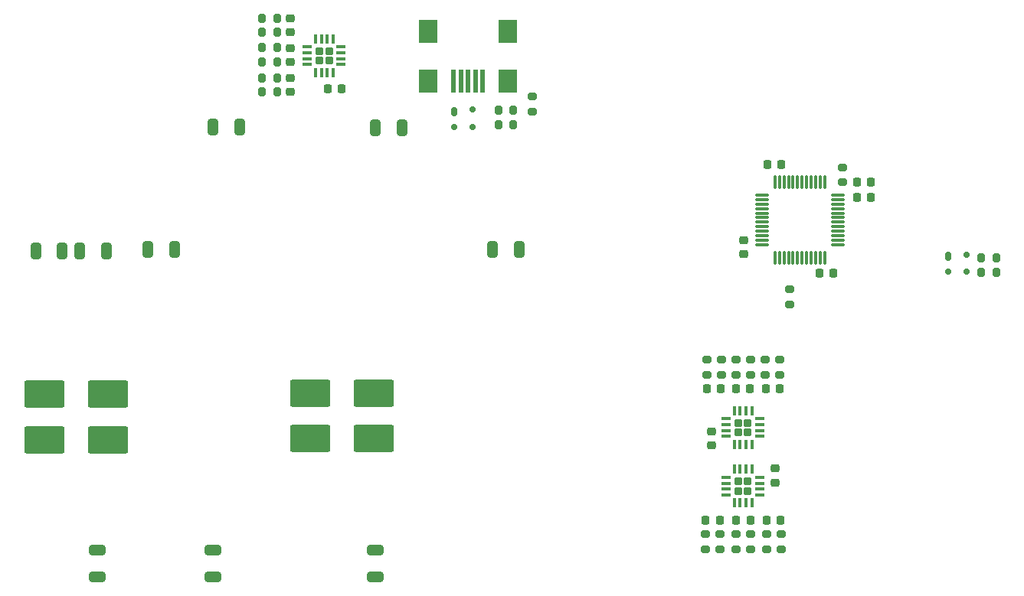
<source format=gbr>
%TF.GenerationSoftware,KiCad,Pcbnew,9.0.1*%
%TF.CreationDate,2025-05-06T20:53:02+02:00*%
%TF.ProjectId,apm,61706d2e-6b69-4636-9164-5f7063625858,rev?*%
%TF.SameCoordinates,Original*%
%TF.FileFunction,Paste,Top*%
%TF.FilePolarity,Positive*%
%FSLAX46Y46*%
G04 Gerber Fmt 4.6, Leading zero omitted, Abs format (unit mm)*
G04 Created by KiCad (PCBNEW 9.0.1) date 2025-05-06 20:53:02*
%MOMM*%
%LPD*%
G01*
G04 APERTURE LIST*
G04 Aperture macros list*
%AMRoundRect*
0 Rectangle with rounded corners*
0 $1 Rounding radius*
0 $2 $3 $4 $5 $6 $7 $8 $9 X,Y pos of 4 corners*
0 Add a 4 corners polygon primitive as box body*
4,1,4,$2,$3,$4,$5,$6,$7,$8,$9,$2,$3,0*
0 Add four circle primitives for the rounded corners*
1,1,$1+$1,$2,$3*
1,1,$1+$1,$4,$5*
1,1,$1+$1,$6,$7*
1,1,$1+$1,$8,$9*
0 Add four rect primitives between the rounded corners*
20,1,$1+$1,$2,$3,$4,$5,0*
20,1,$1+$1,$4,$5,$6,$7,0*
20,1,$1+$1,$6,$7,$8,$9,0*
20,1,$1+$1,$8,$9,$2,$3,0*%
G04 Aperture macros list end*
%ADD10RoundRect,0.200000X-0.200000X-0.275000X0.200000X-0.275000X0.200000X0.275000X-0.200000X0.275000X0*%
%ADD11RoundRect,0.225000X0.250000X-0.225000X0.250000X0.225000X-0.250000X0.225000X-0.250000X-0.225000X0*%
%ADD12RoundRect,0.225000X-0.225000X-0.250000X0.225000X-0.250000X0.225000X0.250000X-0.225000X0.250000X0*%
%ADD13RoundRect,0.250000X0.650000X-0.325000X0.650000X0.325000X-0.650000X0.325000X-0.650000X-0.325000X0*%
%ADD14RoundRect,0.200000X-0.275000X0.200000X-0.275000X-0.200000X0.275000X-0.200000X0.275000X0.200000X0*%
%ADD15RoundRect,0.200000X0.200000X0.275000X-0.200000X0.275000X-0.200000X-0.275000X0.200000X-0.275000X0*%
%ADD16RoundRect,0.225000X-0.250000X0.225000X-0.250000X-0.225000X0.250000X-0.225000X0.250000X0.225000X0*%
%ADD17RoundRect,0.250000X0.325000X0.650000X-0.325000X0.650000X-0.325000X-0.650000X0.325000X-0.650000X0*%
%ADD18RoundRect,0.250000X-0.325000X-0.650000X0.325000X-0.650000X0.325000X0.650000X-0.325000X0.650000X0*%
%ADD19RoundRect,0.200000X0.275000X-0.200000X0.275000X0.200000X-0.275000X0.200000X-0.275000X-0.200000X0*%
%ADD20RoundRect,0.225000X0.225000X0.250000X-0.225000X0.250000X-0.225000X-0.250000X0.225000X-0.250000X0*%
%ADD21RoundRect,0.212500X0.212500X-0.212500X0.212500X0.212500X-0.212500X0.212500X-0.212500X-0.212500X0*%
%ADD22RoundRect,0.087500X0.087500X-0.425000X0.087500X0.425000X-0.087500X0.425000X-0.087500X-0.425000X0*%
%ADD23RoundRect,0.087500X0.425000X-0.087500X0.425000X0.087500X-0.425000X0.087500X-0.425000X-0.087500X0*%
%ADD24RoundRect,0.175000X-0.175000X-0.325000X0.175000X-0.325000X0.175000X0.325000X-0.175000X0.325000X0*%
%ADD25RoundRect,0.150000X-0.200000X-0.150000X0.200000X-0.150000X0.200000X0.150000X-0.200000X0.150000X0*%
%ADD26RoundRect,0.075000X0.662500X0.075000X-0.662500X0.075000X-0.662500X-0.075000X0.662500X-0.075000X0*%
%ADD27RoundRect,0.075000X0.075000X0.662500X-0.075000X0.662500X-0.075000X-0.662500X0.075000X-0.662500X0*%
%ADD28RoundRect,0.212500X0.212500X0.212500X-0.212500X0.212500X-0.212500X-0.212500X0.212500X-0.212500X0*%
%ADD29RoundRect,0.087500X0.425000X0.087500X-0.425000X0.087500X-0.425000X-0.087500X0.425000X-0.087500X0*%
%ADD30RoundRect,0.087500X0.087500X0.425000X-0.087500X0.425000X-0.087500X-0.425000X0.087500X-0.425000X0*%
%ADD31RoundRect,0.250001X1.974999X-1.262499X1.974999X1.262499X-1.974999X1.262499X-1.974999X-1.262499X0*%
%ADD32R,0.500000X2.500000*%
%ADD33R,2.000000X2.500000*%
%ADD34RoundRect,0.212500X-0.212500X-0.212500X0.212500X-0.212500X0.212500X0.212500X-0.212500X0.212500X0*%
%ADD35RoundRect,0.087500X-0.425000X-0.087500X0.425000X-0.087500X0.425000X0.087500X-0.425000X0.087500X0*%
%ADD36RoundRect,0.087500X-0.087500X-0.425000X0.087500X-0.425000X0.087500X0.425000X-0.087500X0.425000X0*%
G04 APERTURE END LIST*
D10*
%TO.C,R501*%
X131475000Y-48800000D03*
X133125000Y-48800000D03*
%TD*%
D11*
%TO.C,C403*%
X108487500Y-45112500D03*
X108487500Y-43562500D03*
%TD*%
D12*
%TO.C,C408*%
X157750000Y-78000000D03*
X159300000Y-78000000D03*
%TD*%
D13*
%TO.C,C204*%
X87100000Y-98775000D03*
X87100000Y-95825000D03*
%TD*%
D14*
%TO.C,R427*%
X156100000Y-74775000D03*
X156100000Y-76425000D03*
%TD*%
D15*
%TO.C,R507*%
X186525000Y-65100000D03*
X184875000Y-65100000D03*
%TD*%
D16*
%TO.C,C412*%
X162100000Y-86825000D03*
X162100000Y-88375000D03*
%TD*%
D17*
%TO.C,C211*%
X88175000Y-62700000D03*
X85225000Y-62700000D03*
%TD*%
D18*
%TO.C,C208*%
X99925000Y-49000000D03*
X102875000Y-49000000D03*
%TD*%
D19*
%TO.C,R419*%
X157725000Y-95725000D03*
X157725000Y-94075000D03*
%TD*%
D14*
%TO.C,R426*%
X154500000Y-74775000D03*
X154500000Y-76425000D03*
%TD*%
D19*
%TO.C,R416*%
X155925000Y-95725000D03*
X155925000Y-94075000D03*
%TD*%
D10*
%TO.C,R415*%
X105362500Y-43562500D03*
X107012500Y-43562500D03*
%TD*%
D20*
%TO.C,C406*%
X162675000Y-92500000D03*
X161125000Y-92500000D03*
%TD*%
D21*
%TO.C,U401*%
X111700000Y-41662500D03*
X112750000Y-41662500D03*
X111700000Y-40612500D03*
X112750000Y-40612500D03*
D22*
X111250000Y-43000000D03*
X111900000Y-43000000D03*
X112550000Y-43000000D03*
X113200000Y-43000000D03*
D23*
X114087500Y-42112500D03*
X114087500Y-41462500D03*
X114087500Y-40812500D03*
X114087500Y-40162500D03*
D22*
X113200000Y-39275000D03*
X112550000Y-39275000D03*
X111900000Y-39275000D03*
X111250000Y-39275000D03*
D23*
X110362500Y-40162500D03*
X110362500Y-40812500D03*
X110362500Y-41462500D03*
X110362500Y-42112500D03*
%TD*%
D12*
%TO.C,C409*%
X154525000Y-78000000D03*
X156075000Y-78000000D03*
%TD*%
D14*
%TO.C,R425*%
X159350000Y-74775000D03*
X159350000Y-76425000D03*
%TD*%
D11*
%TO.C,C402*%
X108487500Y-41812500D03*
X108487500Y-40262500D03*
%TD*%
D10*
%TO.C,R413*%
X105362500Y-40237500D03*
X107012500Y-40237500D03*
%TD*%
D13*
%TO.C,C202*%
X99900000Y-98775000D03*
X99900000Y-95825000D03*
%TD*%
D20*
%TO.C,C404*%
X155925000Y-92500000D03*
X154375000Y-92500000D03*
%TD*%
D24*
%TO.C,D503*%
X181200000Y-63350000D03*
D25*
X181200000Y-65050000D03*
X183200000Y-65050000D03*
X183200000Y-63150000D03*
%TD*%
D19*
%TO.C,R421*%
X161125000Y-95725000D03*
X161125000Y-94075000D03*
%TD*%
D20*
%TO.C,C405*%
X159325000Y-92500000D03*
X157775000Y-92500000D03*
%TD*%
D14*
%TO.C,R424*%
X157750000Y-74775000D03*
X157750000Y-76425000D03*
%TD*%
D12*
%TO.C,C407*%
X161050000Y-78000000D03*
X162600000Y-78000000D03*
%TD*%
%TO.C,C505*%
X161225000Y-53200000D03*
X162775000Y-53200000D03*
%TD*%
D10*
%TO.C,R502*%
X131475000Y-47200000D03*
X133125000Y-47200000D03*
%TD*%
D26*
%TO.C,U502*%
X168962500Y-62050000D03*
X168962500Y-61550000D03*
X168962500Y-61050000D03*
X168962500Y-60550000D03*
X168962500Y-60050000D03*
X168962500Y-59550000D03*
X168962500Y-59050000D03*
X168962500Y-58550000D03*
X168962500Y-58050000D03*
X168962500Y-57550000D03*
X168962500Y-57050000D03*
X168962500Y-56550000D03*
D27*
X167550000Y-55137500D03*
X167050000Y-55137500D03*
X166550000Y-55137500D03*
X166050000Y-55137500D03*
X165550000Y-55137500D03*
X165050000Y-55137500D03*
X164550000Y-55137500D03*
X164050000Y-55137500D03*
X163550000Y-55137500D03*
X163050000Y-55137500D03*
X162550000Y-55137500D03*
X162050000Y-55137500D03*
D26*
X160637500Y-56550000D03*
X160637500Y-57050000D03*
X160637500Y-57550000D03*
X160637500Y-58050000D03*
X160637500Y-58550000D03*
X160637500Y-59050000D03*
X160637500Y-59550000D03*
X160637500Y-60050000D03*
X160637500Y-60550000D03*
X160637500Y-61050000D03*
X160637500Y-61550000D03*
X160637500Y-62050000D03*
D27*
X162050000Y-63462500D03*
X162550000Y-63462500D03*
X163050000Y-63462500D03*
X163550000Y-63462500D03*
X164050000Y-63462500D03*
X164550000Y-63462500D03*
X165050000Y-63462500D03*
X165550000Y-63462500D03*
X166050000Y-63462500D03*
X166550000Y-63462500D03*
X167050000Y-63462500D03*
X167550000Y-63462500D03*
%TD*%
D12*
%TO.C,C512*%
X171125000Y-55100000D03*
X172675000Y-55100000D03*
%TD*%
D11*
%TO.C,C504*%
X158600000Y-63075000D03*
X158600000Y-61525000D03*
%TD*%
D19*
%TO.C,R511*%
X163675000Y-68650000D03*
X163675000Y-67000000D03*
%TD*%
D18*
%TO.C,C207*%
X80325000Y-62700000D03*
X83275000Y-62700000D03*
%TD*%
D19*
%TO.C,R504*%
X169500000Y-55125000D03*
X169500000Y-53475000D03*
%TD*%
%TO.C,R418*%
X159325000Y-95725000D03*
X159325000Y-94075000D03*
%TD*%
D20*
%TO.C,C506*%
X168500000Y-65200000D03*
X166950000Y-65200000D03*
%TD*%
D14*
%TO.C,R423*%
X162600000Y-74775000D03*
X162600000Y-76425000D03*
%TD*%
D18*
%TO.C,C210*%
X117900000Y-49100000D03*
X120850000Y-49100000D03*
%TD*%
%TO.C,C212*%
X92750000Y-62600000D03*
X95700000Y-62600000D03*
%TD*%
%TO.C,C209*%
X130825000Y-62600000D03*
X133775000Y-62600000D03*
%TD*%
D14*
%TO.C,R422*%
X161000000Y-74775000D03*
X161000000Y-76425000D03*
%TD*%
D28*
%TO.C,U402*%
X159050000Y-89287500D03*
X159050000Y-88237500D03*
X158000000Y-89287500D03*
X158000000Y-88237500D03*
D29*
X160387500Y-89737500D03*
X160387500Y-89087500D03*
X160387500Y-88437500D03*
X160387500Y-87787500D03*
D30*
X159500000Y-86900000D03*
X158850000Y-86900000D03*
X158200000Y-86900000D03*
X157550000Y-86900000D03*
D29*
X156662500Y-87787500D03*
X156662500Y-88437500D03*
X156662500Y-89087500D03*
X156662500Y-89737500D03*
D30*
X157550000Y-90625000D03*
X158200000Y-90625000D03*
X158850000Y-90625000D03*
X159500000Y-90625000D03*
%TD*%
D20*
%TO.C,C410*%
X114175000Y-44800000D03*
X112625000Y-44800000D03*
%TD*%
D31*
%TO.C,R403*%
X81300000Y-83612500D03*
X81300000Y-78587500D03*
%TD*%
D10*
%TO.C,R411*%
X105362500Y-36962500D03*
X107012500Y-36962500D03*
%TD*%
D12*
%TO.C,C507*%
X171125000Y-56800000D03*
X172675000Y-56800000D03*
%TD*%
D13*
%TO.C,C203*%
X117900000Y-98775000D03*
X117900000Y-95825000D03*
%TD*%
D10*
%TO.C,R414*%
X105362500Y-45162500D03*
X107012500Y-45162500D03*
%TD*%
%TO.C,R412*%
X105362500Y-41837500D03*
X107012500Y-41837500D03*
%TD*%
D19*
%TO.C,R417*%
X154325000Y-95725000D03*
X154325000Y-94075000D03*
%TD*%
D10*
%TO.C,R410*%
X105362500Y-38562500D03*
X107012500Y-38562500D03*
%TD*%
D32*
%TO.C,J501*%
X129725000Y-43925000D03*
X128925000Y-43925000D03*
X128125000Y-43925000D03*
X127325000Y-43925000D03*
X126525000Y-43925000D03*
D33*
X132525000Y-43925000D03*
X132525000Y-38425000D03*
X123725000Y-43925000D03*
X123725000Y-38425000D03*
%TD*%
D24*
%TO.C,D501*%
X126625000Y-47300000D03*
D25*
X126625000Y-49000000D03*
X128625000Y-49000000D03*
X128625000Y-47100000D03*
%TD*%
D19*
%TO.C,R505*%
X135200000Y-47325000D03*
X135200000Y-45675000D03*
%TD*%
D11*
%TO.C,C401*%
X108487500Y-38562500D03*
X108487500Y-37012500D03*
%TD*%
D34*
%TO.C,U403*%
X158000000Y-81750000D03*
X158000000Y-82800000D03*
X159050000Y-81750000D03*
X159050000Y-82800000D03*
D35*
X156662500Y-81300000D03*
X156662500Y-81950000D03*
X156662500Y-82600000D03*
X156662500Y-83250000D03*
D36*
X157550000Y-84137500D03*
X158200000Y-84137500D03*
X158850000Y-84137500D03*
X159500000Y-84137500D03*
D35*
X160387500Y-83250000D03*
X160387500Y-82600000D03*
X160387500Y-81950000D03*
X160387500Y-81300000D03*
D36*
X159500000Y-80412500D03*
X158850000Y-80412500D03*
X158200000Y-80412500D03*
X157550000Y-80412500D03*
%TD*%
D15*
%TO.C,R506*%
X186525000Y-63500000D03*
X184875000Y-63500000D03*
%TD*%
D31*
%TO.C,R405*%
X88300000Y-83612500D03*
X88300000Y-78587500D03*
%TD*%
%TO.C,R404*%
X117700000Y-83512500D03*
X117700000Y-78487500D03*
%TD*%
%TO.C,R406*%
X110700000Y-83512500D03*
X110700000Y-78487500D03*
%TD*%
D11*
%TO.C,C411*%
X155000000Y-84275000D03*
X155000000Y-82725000D03*
%TD*%
D19*
%TO.C,R420*%
X162725000Y-95725000D03*
X162725000Y-94075000D03*
%TD*%
M02*

</source>
